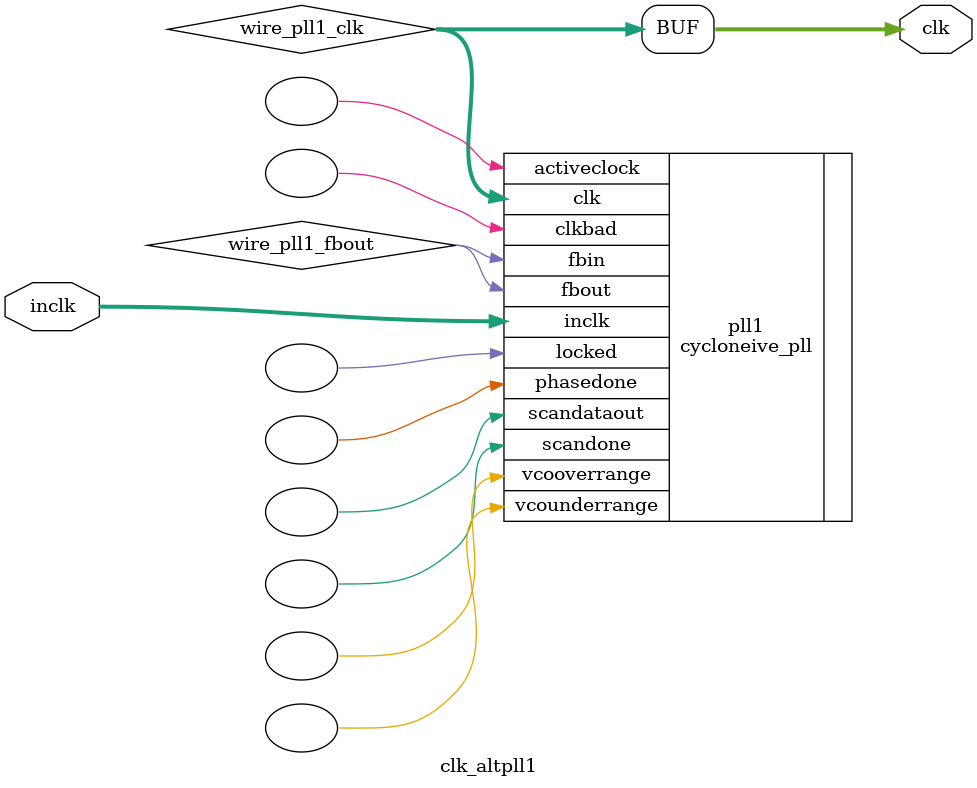
<source format=v>






//synthesis_resources = cycloneive_pll 1 
//synopsys translate_off
`timescale 1 ps / 1 ps
//synopsys translate_on
module  clk_altpll1
	( 
	clk,
	inclk) /* synthesis synthesis_clearbox=1 */;
	output   [4:0]  clk;
	input   [1:0]  inclk;
`ifndef ALTERA_RESERVED_QIS
// synopsys translate_off
`endif
	tri0   [1:0]  inclk;
`ifndef ALTERA_RESERVED_QIS
// synopsys translate_on
`endif

	wire  [4:0]   wire_pll1_clk;
	wire  wire_pll1_fbout;

	cycloneive_pll   pll1
	( 
	.activeclock(),
	.clk(wire_pll1_clk),
	.clkbad(),
	.fbin(wire_pll1_fbout),
	.fbout(wire_pll1_fbout),
	.inclk(inclk),
	.locked(),
	.phasedone(),
	.scandataout(),
	.scandone(),
	.vcooverrange(),
	.vcounderrange()
	`ifndef FORMAL_VERIFICATION
	// synopsys translate_off
	`endif
	,
	.areset(1'b0),
	.clkswitch(1'b0),
	.configupdate(1'b0),
	.pfdena(1'b1),
	.phasecounterselect({3{1'b0}}),
	.phasestep(1'b0),
	.phaseupdown(1'b0),
	.scanclk(1'b0),
	.scanclkena(1'b1),
	.scandata(1'b0)
	`ifndef FORMAL_VERIFICATION
	// synopsys translate_on
	`endif
	);
	defparam
		pll1.bandwidth_type = "auto",
		pll1.clk0_divide_by = 50,
		pll1.clk0_duty_cycle = 50,
		pll1.clk0_multiply_by = 1,
		pll1.clk0_phase_shift = "0",
		pll1.compensate_clock = "clk0",
		pll1.inclk0_input_frequency = 20000,
		pll1.operation_mode = "normal",
		pll1.pll_type = "auto",
		pll1.lpm_type = "cycloneive_pll";
	assign
		clk = {wire_pll1_clk[4:0]};
endmodule //clk_altpll1
//VALID FILE

</source>
